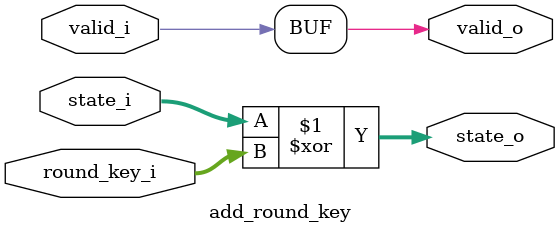
<source format=sv>
module add_round_key(
    input  logic         valid_i,
    input  logic [127:0] state_i,
    input  logic [127:0] round_key_i,
    output logic         valid_o,
    output logic [127:0] state_o
);

assign valid_o = valid_i;
assign state_o = state_i ^ round_key_i;

endmodule

</source>
